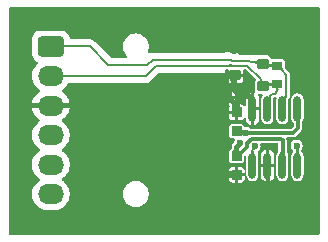
<source format=gtl>
G75*
G70*
%OFA0B0*%
%FSLAX25Y25*%
%IPPOS*%
%LPD*%
%AMOC8*
5,1,8,0,0,1.08239X$1,22.5*
%
%AMM19*
21,1,0.035430,0.030320,0.000000,-0.000000,90.000000*
21,1,0.028350,0.037400,0.000000,-0.000000,90.000000*
1,1,0.007090,0.015160,0.014170*
1,1,0.007090,0.015160,-0.014170*
1,1,0.007090,-0.015160,-0.014170*
1,1,0.007090,-0.015160,0.014170*
%
%AMM20*
21,1,0.033470,0.026770,0.000000,-0.000000,270.000000*
21,1,0.026770,0.033470,0.000000,-0.000000,270.000000*
1,1,0.006690,-0.013390,-0.013390*
1,1,0.006690,-0.013390,0.013390*
1,1,0.006690,0.013390,0.013390*
1,1,0.006690,0.013390,-0.013390*
%
%AMM21*
21,1,0.027560,0.030710,0.000000,-0.000000,90.000000*
21,1,0.022050,0.036220,0.000000,-0.000000,90.000000*
1,1,0.005510,0.015350,0.011020*
1,1,0.005510,0.015350,-0.011020*
1,1,0.005510,-0.015350,-0.011020*
1,1,0.005510,-0.015350,0.011020*
%
%ADD10O,0.22323X0.00787*%
%ADD11O,0.00787X0.43701*%
%ADD12O,0.01575X0.38583*%
%ADD13O,0.00984X0.01969*%
%ADD14O,0.26772X0.00787*%
%ADD15O,0.01969X0.00984*%
%ADD16C,0.02362*%
%ADD17O,0.08661X0.06693*%
%ADD18C,0.00787*%
%ADD28O,0.01968X0.00984*%
%ADD29O,0.00984X0.01968*%
%ADD34C,0.01575*%
%ADD35C,0.01181*%
%ADD47O,0.02362X0.08661*%
%ADD60M19*%
%ADD61M20*%
%ADD62M21*%
X0000000Y0000000D02*
%LPD*%
G01*
D10*
X0089764Y0062205D03*
D11*
X0100541Y0040650D03*
D12*
X0074557Y0037894D03*
D13*
X0074557Y0019685D03*
D14*
X0087402Y0018996D03*
D15*
X0074754Y0060433D03*
X0074754Y0058465D03*
D16*
X0078888Y0032677D03*
X0080955Y0036122D03*
X0083907Y0031496D03*
X0097884Y0031791D03*
G36*
G01*
X0011595Y0062467D02*
X0011595Y0067192D01*
G75*
G02*
X0012579Y0068176I0000984J0000000D01*
G01*
X0019272Y0068176D01*
G75*
G02*
X0020256Y0067192I0000000J-000984D01*
G01*
X0020256Y0062467D01*
G75*
G02*
X0019272Y0061483I-000984J0000000D01*
G01*
X0012579Y0061483D01*
G75*
G02*
X0011595Y0062467I0000000J0000984D01*
G01*
G37*
D17*
X0015925Y0054987D03*
X0015925Y0045144D03*
X0015925Y0035302D03*
X0015925Y0025459D03*
X0015925Y0015617D03*
D18*
X0015925Y0045144D02*
X0067306Y0045144D01*
X0067306Y0045144D02*
X0074557Y0037894D01*
X0048031Y0058661D02*
X0049803Y0060433D01*
X0035039Y0058661D02*
X0048031Y0058661D01*
X0049803Y0060433D02*
X0074754Y0060433D01*
X0028871Y0064829D02*
X0035039Y0058661D01*
X0015925Y0064829D02*
X0028871Y0064829D01*
X0047507Y0054987D02*
X0050984Y0058465D01*
X0050984Y0058465D02*
X0074754Y0058465D01*
X0015925Y0054987D02*
X0047507Y0054987D01*
G36*
X0105286Y0077873D02*
G01*
X0105466Y0077665D01*
X0105510Y0077463D01*
X0105510Y0002459D01*
X0105432Y0002195D01*
X0105224Y0002015D01*
X0105022Y0001970D01*
X0002459Y0001970D01*
X0002195Y0002048D01*
X0002015Y0002256D01*
X0001970Y0002459D01*
X0001970Y0067389D01*
X0009624Y0067389D01*
X0009624Y0062270D01*
X0009624Y0062270D01*
X0009665Y0061866D01*
X0009665Y0061866D01*
X0009883Y0061210D01*
X0009883Y0061210D01*
X0010245Y0060622D01*
X0010734Y0060134D01*
X0011343Y0059758D01*
X0011527Y0059553D01*
X0011571Y0059282D01*
X0011462Y0059030D01*
X0011432Y0058997D01*
X0010885Y0058451D01*
X0010394Y0057774D01*
X0010014Y0057028D01*
X0009755Y0056232D01*
X0009673Y0055717D01*
X0009624Y0055405D01*
X0009624Y0054568D01*
X0009755Y0053742D01*
X0009809Y0053575D01*
X0010014Y0052946D01*
X0010394Y0052200D01*
X0010885Y0051523D01*
X0011477Y0050931D01*
X0011477Y0050931D01*
X0012127Y0050459D01*
X0012295Y0050242D01*
X0012318Y0049967D01*
X0012190Y0049724D01*
X0012127Y0049669D01*
X0011479Y0049198D01*
X0011479Y0049198D01*
X0010887Y0048607D01*
X0010887Y0048607D01*
X0010395Y0047930D01*
X0010015Y0047185D01*
X0009757Y0046389D01*
X0009757Y0046389D01*
X0009716Y0046129D01*
X0013766Y0046129D01*
X0013724Y0046056D01*
X0013563Y0045455D01*
X0013563Y0044833D01*
X0013724Y0044233D01*
X0013766Y0044160D01*
X0009716Y0044160D01*
X0009757Y0043900D01*
X0009757Y0043900D01*
X0010015Y0043104D01*
X0010395Y0042359D01*
X0010887Y0041682D01*
X0010887Y0041682D01*
X0011479Y0041090D01*
X0011479Y0041090D01*
X0012127Y0040619D01*
X0012295Y0040401D01*
X0012318Y0040127D01*
X0012190Y0039884D01*
X0012127Y0039829D01*
X0011477Y0039357D01*
X0011477Y0039357D01*
X0010885Y0038766D01*
X0010394Y0038089D01*
X0010014Y0037343D01*
X0009755Y0036547D01*
X0009624Y0035720D01*
X0009624Y0034883D01*
X0009755Y0034057D01*
X0009849Y0033769D01*
X0010014Y0033261D01*
X0010394Y0032515D01*
X0010885Y0031838D01*
X0011477Y0031246D01*
X0011477Y0031246D01*
X0012125Y0030776D01*
X0012293Y0030558D01*
X0012317Y0030284D01*
X0012188Y0030040D01*
X0012125Y0029986D01*
X0011477Y0029515D01*
X0011477Y0029515D01*
X0010885Y0028923D01*
X0010394Y0028246D01*
X0010014Y0027500D01*
X0009755Y0026704D01*
X0009624Y0025878D01*
X0009624Y0025041D01*
X0009755Y0024214D01*
X0010014Y0023418D01*
X0010394Y0022673D01*
X0010885Y0021996D01*
X0011477Y0021404D01*
X0011477Y0021404D01*
X0012125Y0020933D01*
X0012293Y0020715D01*
X0012317Y0020441D01*
X0012188Y0020198D01*
X0012125Y0020143D01*
X0011477Y0019672D01*
X0011477Y0019672D01*
X0010885Y0019081D01*
X0010394Y0018404D01*
X0010014Y0017658D01*
X0009755Y0016862D01*
X0009718Y0016631D01*
X0009624Y0016035D01*
X0009624Y0015198D01*
X0009755Y0014372D01*
X0009891Y0013954D01*
X0010014Y0013576D01*
X0010394Y0012830D01*
X0010885Y0012153D01*
X0011477Y0011561D01*
X0012154Y0011069D01*
X0012154Y0011069D01*
X0012154Y0011069D01*
X0012900Y0010689D01*
X0013696Y0010431D01*
X0014523Y0010300D01*
X0014523Y0010300D01*
X0017328Y0010300D01*
X0017328Y0010300D01*
X0018155Y0010431D01*
X0018950Y0010689D01*
X0019696Y0011069D01*
X0019992Y0011284D01*
X0020373Y0011561D01*
X0020373Y0011561D01*
X0020373Y0011561D01*
X0020965Y0012153D01*
X0020965Y0012153D01*
X0020965Y0012153D01*
X0021457Y0012830D01*
X0021457Y0012830D01*
X0021457Y0012830D01*
X0021837Y0013576D01*
X0022095Y0014372D01*
X0022226Y0015198D01*
X0022226Y0015958D01*
X0039860Y0015958D01*
X0039860Y0015276D01*
X0039967Y0014602D01*
X0040178Y0013954D01*
X0040487Y0013346D01*
X0040888Y0012794D01*
X0041370Y0012312D01*
X0041922Y0011911D01*
X0042530Y0011602D01*
X0043178Y0011391D01*
X0043852Y0011284D01*
X0043852Y0011284D01*
X0044534Y0011284D01*
X0044534Y0011284D01*
X0045208Y0011391D01*
X0045856Y0011602D01*
X0046464Y0011911D01*
X0047015Y0012312D01*
X0047498Y0012794D01*
X0047899Y0013346D01*
X0048208Y0013954D01*
X0048419Y0014602D01*
X0048526Y0015276D01*
X0048526Y0015958D01*
X0048419Y0016631D01*
X0048208Y0017280D01*
X0047899Y0017888D01*
X0047498Y0018439D01*
X0047015Y0018922D01*
X0046464Y0019322D01*
X0045856Y0019632D01*
X0045208Y0019843D01*
X0045208Y0019843D01*
X0045208Y0019843D01*
X0044690Y0019925D01*
X0044534Y0019949D01*
X0043852Y0019949D01*
X0043696Y0019925D01*
X0043178Y0019843D01*
X0042530Y0019632D01*
X0041922Y0019322D01*
X0041607Y0019094D01*
X0041370Y0018922D01*
X0041370Y0018922D01*
X0041370Y0018922D01*
X0040888Y0018439D01*
X0040888Y0018439D01*
X0040888Y0018439D01*
X0040862Y0018403D01*
X0040487Y0017888D01*
X0040178Y0017280D01*
X0039967Y0016631D01*
X0039873Y0016035D01*
X0039860Y0015958D01*
X0022226Y0015958D01*
X0022226Y0016035D01*
X0022095Y0016862D01*
X0021837Y0017658D01*
X0021457Y0018403D01*
X0021457Y0018404D01*
X0021457Y0018404D01*
X0020965Y0019081D01*
X0020373Y0019672D01*
X0020139Y0019843D01*
X0019725Y0020143D01*
X0019557Y0020361D01*
X0019534Y0020635D01*
X0019662Y0020878D01*
X0019725Y0020933D01*
X0020373Y0021404D01*
X0020965Y0021996D01*
X0020965Y0021996D01*
X0020965Y0021996D01*
X0021457Y0022673D01*
X0021457Y0022673D01*
X0021457Y0022673D01*
X0021837Y0023418D01*
X0022095Y0024214D01*
X0022226Y0025041D01*
X0022226Y0025878D01*
X0022095Y0026704D01*
X0021837Y0027500D01*
X0021457Y0028246D01*
X0021457Y0028246D01*
X0021457Y0028246D01*
X0020965Y0028923D01*
X0020373Y0029515D01*
X0020068Y0029736D01*
X0019725Y0029986D01*
X0019557Y0030203D01*
X0019534Y0030478D01*
X0019662Y0030721D01*
X0019725Y0030776D01*
X0020373Y0031246D01*
X0020965Y0031838D01*
X0020965Y0031838D01*
X0020965Y0031838D01*
X0021457Y0032515D01*
X0021457Y0032515D01*
X0021457Y0032515D01*
X0021837Y0033261D01*
X0022095Y0034057D01*
X0022226Y0034883D01*
X0022226Y0035720D01*
X0022095Y0036547D01*
X0021837Y0037343D01*
X0021457Y0038089D01*
X0021457Y0038089D01*
X0021457Y0038089D01*
X0020965Y0038766D01*
X0020373Y0039357D01*
X0020373Y0039357D01*
X0019724Y0039829D01*
X0019556Y0040047D01*
X0019532Y0040321D01*
X0019660Y0040565D01*
X0019724Y0040619D01*
X0020372Y0041090D01*
X0020964Y0041682D01*
X0020964Y0041682D01*
X0021455Y0042359D01*
X0021835Y0043104D01*
X0022094Y0043900D01*
X0022094Y0043900D01*
X0022135Y0044160D01*
X0018085Y0044160D01*
X0018126Y0044233D01*
X0018287Y0044833D01*
X0018287Y0045455D01*
X0018126Y0046056D01*
X0018085Y0046129D01*
X0022135Y0046129D01*
X0022094Y0046389D01*
X0022094Y0046389D01*
X0021835Y0047185D01*
X0021455Y0047930D01*
X0020964Y0048607D01*
X0020964Y0048607D01*
X0020372Y0049198D01*
X0020372Y0049198D01*
X0019724Y0049669D01*
X0019556Y0049887D01*
X0019532Y0050161D01*
X0019660Y0050405D01*
X0019724Y0050459D01*
X0020373Y0050931D01*
X0020965Y0051523D01*
X0020965Y0051523D01*
X0020965Y0051523D01*
X0021196Y0051840D01*
X0021457Y0052200D01*
X0021458Y0052203D01*
X0021536Y0052356D01*
X0021725Y0052556D01*
X0021971Y0052623D01*
X0047165Y0052623D01*
X0047165Y0052623D01*
X0047195Y0052623D01*
X0047818Y0052623D01*
X0047818Y0052623D01*
X0048419Y0052784D01*
X0048616Y0052898D01*
X0048958Y0053095D01*
X0049398Y0053535D01*
X0049398Y0053535D01*
X0049439Y0053575D01*
X0049439Y0053575D01*
X0051821Y0055957D01*
X0052062Y0056089D01*
X0052166Y0056100D01*
X0073476Y0056100D01*
X0073572Y0056091D01*
X0074019Y0056002D01*
X0074019Y0056002D01*
X0074019Y0056002D01*
X0074748Y0056002D01*
X0075012Y0055924D01*
X0075193Y0055717D01*
X0075237Y0055514D01*
X0075237Y0019242D01*
X0100286Y0019242D01*
X0100286Y0029550D01*
X0100361Y0029810D01*
X0100363Y0029814D01*
X0100363Y0029814D01*
X0100741Y0030415D01*
X0100976Y0031086D01*
X0100994Y0031246D01*
X0101055Y0031791D01*
X0101055Y0031791D01*
X0100976Y0032497D01*
X0100976Y0032497D01*
X0100741Y0033167D01*
X0100741Y0033167D01*
X0100361Y0033773D01*
X0100286Y0034033D01*
X0100286Y0061860D01*
X0079126Y0061860D01*
X0078862Y0061938D01*
X0078780Y0062003D01*
X0077888Y0062896D01*
X0077412Y0062420D01*
X0077171Y0062288D01*
X0076896Y0062308D01*
X0076796Y0062359D01*
X0076413Y0062615D01*
X0076413Y0062615D01*
X0076047Y0062767D01*
X0075964Y0062801D01*
X0075964Y0062801D01*
X0075964Y0062801D01*
X0075489Y0062896D01*
X0075489Y0062896D01*
X0074019Y0062896D01*
X0074019Y0062896D01*
X0073572Y0062807D01*
X0073476Y0062797D01*
X0049492Y0062797D01*
X0048891Y0062636D01*
X0048881Y0062632D01*
X0048873Y0062631D01*
X0048860Y0062628D01*
X0048859Y0062630D01*
X0048608Y0062603D01*
X0048362Y0062726D01*
X0048222Y0062963D01*
X0048230Y0063234D01*
X0048419Y0063815D01*
X0048526Y0064488D01*
X0048526Y0065170D01*
X0048419Y0065844D01*
X0048208Y0066493D01*
X0047899Y0067100D01*
X0047498Y0067652D01*
X0047015Y0068134D01*
X0046464Y0068535D01*
X0045856Y0068845D01*
X0045208Y0069055D01*
X0045208Y0069055D01*
X0045208Y0069055D01*
X0044690Y0069137D01*
X0044534Y0069162D01*
X0043852Y0069162D01*
X0043696Y0069137D01*
X0043178Y0069055D01*
X0042530Y0068845D01*
X0041922Y0068535D01*
X0041803Y0068449D01*
X0041370Y0068134D01*
X0041370Y0068134D01*
X0041370Y0068134D01*
X0040888Y0067652D01*
X0040888Y0067652D01*
X0040888Y0067652D01*
X0040762Y0067479D01*
X0040487Y0067100D01*
X0040178Y0066493D01*
X0039967Y0065844D01*
X0039860Y0065170D01*
X0039860Y0064488D01*
X0039967Y0063815D01*
X0040178Y0063166D01*
X0040487Y0062559D01*
X0040888Y0062007D01*
X0040888Y0062007D01*
X0041036Y0061859D01*
X0041168Y0061618D01*
X0041148Y0061343D01*
X0040983Y0061123D01*
X0040726Y0061027D01*
X0040691Y0061026D01*
X0036221Y0061026D01*
X0035957Y0061103D01*
X0035876Y0061169D01*
X0030791Y0066253D01*
X0030791Y0066253D01*
X0030323Y0066721D01*
X0030323Y0066721D01*
X0029981Y0066919D01*
X0029981Y0066919D01*
X0029981Y0066919D01*
X0029784Y0067032D01*
X0029183Y0067194D01*
X0028560Y0067194D01*
X0028530Y0067194D01*
X0028530Y0067194D01*
X0022687Y0067194D01*
X0022423Y0067271D01*
X0022243Y0067479D01*
X0022202Y0067632D01*
X0022199Y0067652D01*
X0022185Y0067793D01*
X0021968Y0068449D01*
X0021605Y0069037D01*
X0021117Y0069525D01*
X0020529Y0069888D01*
X0019873Y0070105D01*
X0019873Y0070105D01*
X0019469Y0070146D01*
X0012382Y0070146D01*
X0012382Y0070146D01*
X0011977Y0070105D01*
X0011977Y0070105D01*
X0011322Y0069888D01*
X0011322Y0069888D01*
X0010734Y0069525D01*
X0010245Y0069037D01*
X0009883Y0068449D01*
X0009883Y0068449D01*
X0009665Y0067793D01*
X0009665Y0067793D01*
X0009665Y0067793D01*
X0009624Y0067389D01*
X0001970Y0067389D01*
X0001970Y0077463D01*
X0002048Y0077727D01*
X0002256Y0077907D01*
X0002459Y0077951D01*
X0105022Y0077951D01*
X0105286Y0077873D01*
G37*
X0073474Y0062992D02*
G01*
G75*
G36*
X0100139Y0018495D02*
X0074557Y0018604D01*
X0074357Y0045315D01*
X0074810Y0045673D01*
X0075305Y0045568D01*
X0075335Y0045508D01*
X0075335Y0046470D01*
X0075119Y0046675D01*
X0075335Y0046865D01*
X0075335Y0047835D01*
X0074844Y0047835D01*
X0074844Y0048593D01*
X0074445Y0048600D01*
X0074476Y0048652D01*
X0074503Y0048731D01*
X0074528Y0048837D01*
X0074549Y0048969D01*
X0074582Y0049316D01*
X0074606Y0050038D01*
X0074606Y0050116D01*
X0074320Y0050329D01*
X0074302Y0052679D01*
X0074547Y0052813D01*
X0074801Y0052882D01*
X0075190Y0052622D01*
X0075718Y0052517D01*
X0076134Y0052517D01*
X0076095Y0052889D01*
X0076052Y0053082D01*
X0075996Y0053245D01*
X0075928Y0053380D01*
X0075847Y0053485D01*
X0075754Y0053561D01*
X0075649Y0053608D01*
X0075531Y0053625D01*
X0076734Y0053598D01*
X0076734Y0055315D01*
X0077234Y0055315D01*
X0077234Y0055815D01*
X0080130Y0055815D01*
X0080130Y0056732D01*
X0080116Y0056807D01*
X0080436Y0057205D01*
X0080890Y0057219D01*
X0084160Y0053949D01*
X0084147Y0053815D01*
X0083895Y0053437D01*
X0083806Y0052992D01*
X0083806Y0050157D01*
X0083895Y0049712D01*
X0083600Y0049332D01*
X0083600Y0044516D01*
X0085324Y0044516D01*
X0085324Y0047165D01*
X0085155Y0048016D01*
X0084823Y0048513D01*
X0084879Y0048695D01*
X0085103Y0048993D01*
X0086461Y0048993D01*
X0086620Y0048493D01*
X0086246Y0047933D01*
X0086093Y0047165D01*
X0086093Y0040866D01*
X0086246Y0040098D01*
X0086681Y0039447D01*
X0087332Y0039012D01*
X0088100Y0038859D01*
X0088868Y0039012D01*
X0089519Y0039447D01*
X0089954Y0040098D01*
X0090107Y0040866D01*
X0090107Y0047165D01*
X0090092Y0047243D01*
X0090092Y0047627D01*
X0090501Y0047909D01*
X0090740Y0047957D01*
X0091157Y0047607D01*
X0091174Y0047572D01*
X0091093Y0047165D01*
X0091093Y0040866D01*
X0091246Y0040098D01*
X0091681Y0039447D01*
X0092332Y0039012D01*
X0093100Y0038859D01*
X0093868Y0039012D01*
X0094519Y0039447D01*
X0094954Y0040098D01*
X0095107Y0040866D01*
X0095107Y0047165D01*
X0095092Y0047243D01*
X0095092Y0047358D01*
X0095094Y0047360D01*
X0095231Y0047498D01*
X0095492Y0047888D01*
X0095584Y0048349D01*
X0095584Y0048349D01*
X0095584Y0055472D01*
X0095492Y0055933D01*
X0095231Y0056324D01*
X0095231Y0056324D01*
X0094007Y0057548D01*
X0094007Y0059567D01*
X0093924Y0059982D01*
X0093689Y0060333D01*
X0093338Y0060568D01*
X0092923Y0060651D01*
X0089852Y0060651D01*
X0089648Y0060610D01*
X0089135Y0060862D01*
X0089077Y0060918D01*
X0088825Y0061296D01*
X0088447Y0061548D01*
X0088154Y0061606D01*
X0088203Y0062106D01*
X0100590Y0062106D01*
X0100590Y0047299D01*
X0100090Y0047250D01*
X0099954Y0047933D01*
X0099519Y0048584D01*
X0098868Y0049020D01*
X0098100Y0049172D01*
X0097332Y0049020D01*
X0096681Y0048584D01*
X0096246Y0047933D01*
X0096093Y0047165D01*
X0096093Y0040866D01*
X0096246Y0040098D01*
X0096681Y0039447D01*
X0096885Y0039310D01*
X0096887Y0039299D01*
X0096921Y0038914D01*
X0096921Y0038327D01*
X0096022Y0037428D01*
X0082530Y0037428D01*
X0082502Y0037432D01*
X0082454Y0037441D01*
X0082438Y0037445D01*
X0082374Y0037541D01*
X0081722Y0037976D01*
X0080954Y0038129D01*
X0080633Y0038065D01*
X0080217Y0038343D01*
X0080200Y0038430D01*
X0079952Y0038801D01*
X0079581Y0039049D01*
X0079143Y0039136D01*
X0076466Y0039136D01*
X0076028Y0039049D01*
X0075657Y0038801D01*
X0075409Y0038430D01*
X0075322Y0037992D01*
X0075322Y0035315D01*
X0075409Y0034877D01*
X0075657Y0034506D01*
X0076028Y0034258D01*
X0076466Y0034171D01*
X0076917Y0034171D01*
X0077184Y0033671D01*
X0077033Y0033445D01*
X0076921Y0032883D01*
X0076620Y0032582D01*
X0076272Y0032061D01*
X0076150Y0031447D01*
X0076150Y0031447D01*
X0076150Y0031075D01*
X0076143Y0030983D01*
X0076118Y0030814D01*
X0076094Y0030716D01*
X0076028Y0030703D01*
X0075657Y0030455D01*
X0075409Y0030083D01*
X0075322Y0029646D01*
X0075322Y0026968D01*
X0075409Y0026531D01*
X0075657Y0026160D01*
X0076028Y0025912D01*
X0076466Y0025824D01*
X0079143Y0025824D01*
X0079581Y0025912D01*
X0079952Y0026160D01*
X0080200Y0026531D01*
X0080287Y0026968D01*
X0080287Y0028170D01*
X0080316Y0028221D01*
X0080416Y0028373D01*
X0080662Y0028665D01*
X0081128Y0028442D01*
X0081093Y0028268D01*
X0081093Y0021968D01*
X0081246Y0021200D01*
X0081681Y0020549D01*
X0082332Y0020114D01*
X0083100Y0019961D01*
X0083868Y0020114D01*
X0084519Y0020549D01*
X0084954Y0021200D01*
X0085107Y0021968D01*
X0085107Y0028268D01*
X0084954Y0029036D01*
X0084842Y0029204D01*
X0085004Y0029861D01*
X0085326Y0030077D01*
X0085761Y0030728D01*
X0085914Y0031496D01*
X0085784Y0032150D01*
X0086059Y0032650D01*
X0091754Y0032650D01*
X0091754Y0030243D01*
X0091750Y0030194D01*
X0091732Y0030058D01*
X0091707Y0029933D01*
X0091677Y0029816D01*
X0091640Y0029708D01*
X0091599Y0029608D01*
X0091552Y0029515D01*
X0091499Y0029428D01*
X0091424Y0029322D01*
X0091398Y0029263D01*
X0091246Y0029036D01*
X0091093Y0028268D01*
X0091093Y0021968D01*
X0091246Y0021200D01*
X0091681Y0020549D01*
X0092332Y0020114D01*
X0093100Y0019961D01*
X0093868Y0020114D01*
X0094519Y0020549D01*
X0094954Y0021200D01*
X0095107Y0021968D01*
X0095107Y0028268D01*
X0094954Y0029036D01*
X0094807Y0029257D01*
X0094783Y0029312D01*
X0094735Y0029382D01*
X0094708Y0029431D01*
X0094679Y0029496D01*
X0094651Y0029578D01*
X0094624Y0029677D01*
X0094600Y0029794D01*
X0094581Y0029918D01*
X0094564Y0030143D01*
X0094564Y0033536D01*
X0094457Y0034074D01*
X0094427Y0034118D01*
X0094694Y0034618D01*
X0096604Y0034618D01*
X0097142Y0034725D01*
X0097597Y0035030D01*
X0099319Y0036752D01*
X0099624Y0037208D01*
X0099731Y0037745D01*
X0099731Y0039277D01*
X0099736Y0039403D01*
X0099764Y0039677D01*
X0099778Y0039763D01*
X0099793Y0039826D01*
X0099799Y0039846D01*
X0099803Y0039852D01*
X0099818Y0039892D01*
X0099819Y0039895D01*
X0099819Y0039896D01*
X0099954Y0040098D01*
X0100090Y0040781D01*
X0100590Y0040732D01*
X0100590Y0028402D01*
X0100090Y0028353D01*
X0099954Y0029036D01*
X0099519Y0029687D01*
X0099317Y0029822D01*
X0099304Y0029958D01*
X0099304Y0030177D01*
X0099313Y0030228D01*
X0099326Y0030282D01*
X0099343Y0030338D01*
X0099365Y0030396D01*
X0099387Y0030446D01*
X0099469Y0030594D01*
X0099520Y0030670D01*
X0099549Y0030740D01*
X0099738Y0031023D01*
X0099891Y0031791D01*
X0099738Y0032559D01*
X0099303Y0033210D01*
X0098651Y0033646D01*
X0097883Y0033798D01*
X0097115Y0033646D01*
X0096464Y0033210D01*
X0096029Y0032559D01*
X0095876Y0031791D01*
X0096029Y0031023D01*
X0096464Y0030372D01*
X0096650Y0030248D01*
X0096697Y0029992D01*
X0096681Y0029687D01*
X0096246Y0029036D01*
X0096093Y0028268D01*
X0096093Y0021968D01*
X0096246Y0021200D01*
X0096681Y0020549D01*
X0097332Y0020114D01*
X0098100Y0019961D01*
X0098868Y0020114D01*
X0099519Y0020549D01*
X0099954Y0021200D01*
X0100090Y0021883D01*
X0100590Y0021834D01*
X0100590Y0018947D01*
X0100139Y0018495D01*
D02*
G37*
G36*
X0097320Y0029127D02*
X0097393Y0029138D01*
X0097459Y0029169D01*
X0097517Y0029220D01*
X0097567Y0029292D01*
X0097610Y0029385D01*
X0097644Y0029498D01*
X0097671Y0029632D01*
X0097691Y0029787D01*
X0097702Y0029962D01*
X0097703Y0029991D01*
X0097701Y0030027D01*
X0097687Y0030134D01*
X0097663Y0030236D01*
X0097629Y0030333D01*
X0097586Y0030425D01*
X0097533Y0030512D01*
X0097471Y0030594D01*
X0097398Y0030671D01*
X0097317Y0030743D01*
X0097225Y0030810D01*
X0098851Y0031114D01*
X0098783Y0031011D01*
X0098669Y0030806D01*
X0098622Y0030702D01*
X0098583Y0030598D01*
X0098551Y0030494D01*
X0098526Y0030389D01*
X0098508Y0030283D01*
X0098497Y0030178D01*
X0098495Y0030103D01*
X0098497Y0029962D01*
X0098528Y0029632D01*
X0098556Y0029498D01*
X0098590Y0029385D01*
X0098633Y0029292D01*
X0098683Y0029220D01*
X0098741Y0029169D01*
X0098807Y0029138D01*
X0098880Y0029127D01*
X0097320Y0029127D01*
D02*
G37*
G36*
X0099082Y0040214D02*
X0099048Y0040133D01*
X0099017Y0040035D01*
X0098990Y0039918D01*
X0098968Y0039783D01*
X0098935Y0039460D01*
X0098919Y0039063D01*
X0098916Y0038838D01*
X0097735Y0038571D01*
X0097730Y0038884D01*
X0097683Y0039410D01*
X0097642Y0039623D01*
X0097590Y0039803D01*
X0097526Y0039948D01*
X0097451Y0040061D01*
X0097363Y0040140D01*
X0097265Y0040186D01*
X0097154Y0040198D01*
X0099121Y0040276D01*
X0099082Y0040214D01*
D02*
G37*
G36*
X0094557Y0047968D02*
X0094333Y0047708D01*
X0094284Y0047637D01*
X0094249Y0047575D01*
X0094226Y0047520D01*
X0094216Y0047474D01*
X0094219Y0047437D01*
X0094235Y0047407D01*
X0093486Y0048258D01*
X0093513Y0048238D01*
X0093547Y0048231D01*
X0093590Y0048236D01*
X0093640Y0048254D01*
X0093697Y0048285D01*
X0093763Y0048328D01*
X0093836Y0048384D01*
X0094005Y0048534D01*
X0094101Y0048628D01*
X0094658Y0048071D01*
X0094557Y0047968D01*
D02*
G37*
G36*
X0092079Y0028857D02*
X0092172Y0028988D01*
X0092255Y0029127D01*
X0092329Y0029272D01*
X0092392Y0029425D01*
X0092446Y0029586D01*
X0092490Y0029753D01*
X0092524Y0029927D01*
X0092549Y0030109D01*
X0092564Y0030298D01*
X0092568Y0030494D01*
X0093750Y0030424D01*
X0093753Y0030213D01*
X0093783Y0029828D01*
X0093809Y0029654D01*
X0093843Y0029491D01*
X0093883Y0029340D01*
X0093932Y0029202D01*
X0093987Y0029075D01*
X0094051Y0028960D01*
X0094121Y0028857D01*
X0092079Y0028857D01*
D02*
G37*
G36*
X0092100Y0050798D02*
X0092033Y0050774D01*
X0091974Y0050734D01*
X0091923Y0050678D01*
X0091880Y0050606D01*
X0091844Y0050518D01*
X0091816Y0050414D01*
X0091797Y0050295D01*
X0091785Y0050159D01*
X0091781Y0050007D01*
X0090994Y0050007D01*
X0090990Y0050159D01*
X0090978Y0050295D01*
X0090958Y0050414D01*
X0090931Y0050518D01*
X0090895Y0050606D01*
X0090852Y0050678D01*
X0090801Y0050734D01*
X0090742Y0050774D01*
X0090675Y0050798D01*
X0090600Y0050806D01*
X0092175Y0050806D01*
X0092100Y0050798D01*
D02*
G37*
G36*
X0089587Y0057752D02*
X0089563Y0057819D01*
X0089523Y0057878D01*
X0089467Y0057929D01*
X0089395Y0057972D01*
X0089307Y0058008D01*
X0089204Y0058035D01*
X0089084Y0058055D01*
X0088967Y0058065D01*
X0088850Y0058055D01*
X0088730Y0058035D01*
X0088626Y0058008D01*
X0088539Y0057972D01*
X0088466Y0057929D01*
X0088411Y0057878D01*
X0088371Y0057819D01*
X0088347Y0057752D01*
X0088339Y0057677D01*
X0088339Y0059252D01*
X0088347Y0059177D01*
X0088371Y0059110D01*
X0088411Y0059051D01*
X0088466Y0059000D01*
X0088539Y0058957D01*
X0088626Y0058921D01*
X0088730Y0058894D01*
X0088850Y0058874D01*
X0088967Y0058864D01*
X0089084Y0058874D01*
X0089204Y0058894D01*
X0089307Y0058921D01*
X0089395Y0058957D01*
X0089467Y0059000D01*
X0089523Y0059051D01*
X0089563Y0059110D01*
X0089587Y0059177D01*
X0089595Y0059252D01*
X0089595Y0057677D01*
X0089587Y0057752D01*
D02*
G37*
G36*
X0089587Y0051453D02*
X0089563Y0051520D01*
X0089523Y0051579D01*
X0089467Y0051630D01*
X0089395Y0051673D01*
X0089307Y0051709D01*
X0089204Y0051736D01*
X0089084Y0051756D01*
X0088967Y0051766D01*
X0088850Y0051756D01*
X0088730Y0051736D01*
X0088626Y0051709D01*
X0088539Y0051673D01*
X0088466Y0051630D01*
X0088411Y0051579D01*
X0088371Y0051520D01*
X0088347Y0051453D01*
X0088339Y0051378D01*
X0088339Y0052953D01*
X0088347Y0052878D01*
X0088371Y0052811D01*
X0088411Y0052752D01*
X0088466Y0052701D01*
X0088539Y0052657D01*
X0088626Y0052622D01*
X0088730Y0052594D01*
X0088850Y0052575D01*
X0088967Y0052565D01*
X0089084Y0052575D01*
X0089204Y0052594D01*
X0089307Y0052622D01*
X0089395Y0052657D01*
X0089467Y0052701D01*
X0089523Y0052752D01*
X0089563Y0052811D01*
X0089587Y0052878D01*
X0089595Y0052953D01*
X0089595Y0051378D01*
X0089587Y0051453D01*
D02*
G37*
G36*
X0085381Y0053329D02*
X0085410Y0053335D01*
X0085436Y0053351D01*
X0085458Y0053379D01*
X0085478Y0053418D01*
X0085495Y0053468D01*
X0085508Y0053530D01*
X0085519Y0053602D01*
X0085527Y0053686D01*
X0085533Y0053886D01*
X0086320Y0053886D01*
X0086321Y0053780D01*
X0086333Y0053602D01*
X0086344Y0053530D01*
X0086358Y0053468D01*
X0086374Y0053418D01*
X0086394Y0053379D01*
X0086417Y0053351D01*
X0086443Y0053335D01*
X0086471Y0053329D01*
X0085381Y0053329D01*
D02*
G37*
G36*
X0084625Y0058835D02*
X0084601Y0058901D01*
X0084561Y0058961D01*
X0084505Y0059012D01*
X0084433Y0059055D01*
X0084345Y0059090D01*
X0084241Y0059118D01*
X0084121Y0059138D01*
X0083985Y0059150D01*
X0083834Y0059153D01*
X0083834Y0059941D01*
X0083985Y0059945D01*
X0084121Y0059957D01*
X0084241Y0059976D01*
X0084345Y0060004D01*
X0084433Y0060039D01*
X0084505Y0060083D01*
X0084561Y0060134D01*
X0084601Y0060193D01*
X0084625Y0060260D01*
X0084633Y0060335D01*
X0084633Y0058760D01*
X0084625Y0058835D01*
D02*
G37*
G36*
X0082340Y0029143D02*
X0082413Y0029151D01*
X0082479Y0029181D01*
X0082537Y0029232D01*
X0082587Y0029303D01*
X0082629Y0029395D01*
X0082664Y0029507D01*
X0082691Y0029641D01*
X0082710Y0029795D01*
X0082722Y0029970D01*
X0082726Y0030165D01*
X0083513Y0030149D01*
X0083517Y0029954D01*
X0083548Y0029623D01*
X0083575Y0029489D01*
X0083610Y0029375D01*
X0083652Y0029282D01*
X0083703Y0029209D01*
X0083761Y0029156D01*
X0083826Y0029124D01*
X0083900Y0029112D01*
X0082340Y0029143D01*
D02*
G37*
G36*
X0082622Y0035433D02*
X0082495Y0035431D01*
X0082265Y0035415D01*
X0082163Y0035400D01*
X0082069Y0035382D01*
X0081984Y0035359D01*
X0081907Y0035332D01*
X0081838Y0035302D01*
X0081778Y0035267D01*
X0081726Y0035228D01*
X0081864Y0036876D01*
X0081912Y0036826D01*
X0081968Y0036781D01*
X0082033Y0036742D01*
X0082107Y0036708D01*
X0082190Y0036679D01*
X0082282Y0036656D01*
X0082382Y0036638D01*
X0082492Y0036624D01*
X0082610Y0036617D01*
X0082737Y0036614D01*
X0082622Y0035433D01*
D02*
G37*
G36*
X0080453Y0035429D02*
X0080168Y0035407D01*
X0080183Y0035228D01*
X0080131Y0035267D01*
X0080071Y0035302D01*
X0080002Y0035332D01*
X0079925Y0035359D01*
X0079900Y0035366D01*
X0079813Y0035345D01*
X0079693Y0035307D01*
X0079589Y0035261D01*
X0079502Y0035208D01*
X0079431Y0035149D01*
X0079376Y0035082D01*
X0079390Y0035431D01*
X0079286Y0035433D01*
X0079172Y0036614D01*
X0079299Y0036617D01*
X0079437Y0036629D01*
X0079460Y0037205D01*
X0079468Y0037092D01*
X0079501Y0036992D01*
X0079558Y0036903D01*
X0079640Y0036827D01*
X0079747Y0036762D01*
X0079838Y0036725D01*
X0079875Y0036742D01*
X0079941Y0036781D01*
X0079997Y0036826D01*
X0080045Y0036876D01*
X0080063Y0036663D01*
X0080216Y0036638D01*
X0080423Y0036620D01*
X0080653Y0036614D01*
X0080653Y0035433D01*
X0080453Y0035429D01*
D02*
G37*
G36*
X0080431Y0029637D02*
X0079772Y0028855D01*
X0079627Y0028635D01*
X0079519Y0028437D01*
X0079448Y0028260D01*
X0079415Y0028103D01*
X0079419Y0027967D01*
X0079460Y0027852D01*
X0079004Y0028650D01*
X0078585Y0028203D01*
X0077700Y0029087D01*
X0077718Y0029096D01*
X0077750Y0029119D01*
X0077794Y0029156D01*
X0078102Y0029443D01*
X0078389Y0029727D01*
X0078272Y0029931D01*
X0076290Y0029902D01*
X0076419Y0029919D01*
X0076534Y0029967D01*
X0076636Y0030045D01*
X0076724Y0030154D01*
X0076799Y0030293D01*
X0076860Y0030463D01*
X0076907Y0030663D01*
X0076941Y0030894D01*
X0076961Y0031155D01*
X0076968Y0031447D01*
X0078543Y0031447D01*
X0078550Y0031160D01*
X0078570Y0030903D01*
X0078604Y0030677D01*
X0078652Y0030481D01*
X0078714Y0030316D01*
X0078789Y0030181D01*
X0078877Y0030077D01*
X0078978Y0030004D01*
X0079000Y0030016D01*
X0079199Y0030158D01*
X0079419Y0030337D01*
X0079925Y0030810D01*
X0080725Y0029939D01*
X0080431Y0029637D01*
D02*
G37*
G36*
X0076158Y0058070D02*
X0075458Y0058023D01*
X0075433Y0058012D01*
X0075433Y0058917D01*
X0075458Y0058906D01*
X0075496Y0058896D01*
X0075549Y0058887D01*
X0075696Y0058873D01*
X0076021Y0058860D01*
X0076308Y0058858D01*
X0076308Y0058071D01*
X0076158Y0058070D01*
D02*
G37*
G36*
X0076393Y0054522D02*
X0075973Y0054482D01*
X0075802Y0054446D01*
X0075658Y0054400D01*
X0075541Y0054344D01*
X0075450Y0054278D01*
X0075385Y0054202D01*
X0075347Y0054115D01*
X0075335Y0054019D01*
X0075327Y0054513D01*
X0075307Y0054515D01*
X0075084Y0054523D01*
X0074557Y0054527D01*
X0074557Y0056102D01*
X0075301Y0056125D01*
X0075293Y0056608D01*
X0075308Y0056512D01*
X0075350Y0056426D01*
X0075418Y0056350D01*
X0075513Y0056285D01*
X0075635Y0056229D01*
X0075783Y0056183D01*
X0075958Y0056148D01*
X0076160Y0056122D01*
X0076388Y0056107D01*
X0076643Y0056102D01*
X0076643Y0054527D01*
X0076393Y0054522D01*
D02*
G37*
%LPC*%
G36*
X0090324Y0021968D02*
X0090324Y0024618D01*
X0088600Y0024618D01*
X0088600Y0021379D01*
X0089121Y0021379D01*
X0089047Y0021271D01*
X0088980Y0021152D01*
X0088922Y0021022D01*
X0088871Y0020881D01*
X0088828Y0020728D01*
X0088792Y0020565D01*
X0088765Y0020389D01*
X0088734Y0020006D01*
X0088731Y0019870D01*
X0088951Y0019914D01*
X0089672Y0020396D01*
X0090154Y0021117D01*
X0090324Y0021968D01*
D02*
G37*
G36*
X0090324Y0025618D02*
X0090324Y0028268D01*
X0090154Y0029119D01*
X0089672Y0029840D01*
X0088951Y0030322D01*
X0088600Y0030392D01*
X0088600Y0025618D01*
X0090324Y0025618D01*
D02*
G37*
G36*
X0087600Y0021379D02*
X0087600Y0024618D01*
X0085876Y0024618D01*
X0085876Y0021968D01*
X0086045Y0021117D01*
X0086528Y0020396D01*
X0087249Y0019914D01*
X0087546Y0019855D01*
X0087544Y0019949D01*
X0087506Y0020323D01*
X0087474Y0020498D01*
X0087431Y0020665D01*
X0087380Y0020824D01*
X0087319Y0020975D01*
X0087248Y0021118D01*
X0087168Y0021252D01*
X0087079Y0021379D01*
X0087600Y0021379D01*
D02*
G37*
G36*
X0087600Y0025618D02*
X0087600Y0030392D01*
X0087249Y0030322D01*
X0086528Y0029840D01*
X0086045Y0029119D01*
X0085876Y0028268D01*
X0085876Y0025618D01*
X0087600Y0025618D01*
D02*
G37*
G36*
X0085324Y0040866D02*
X0085324Y0043516D01*
X0083600Y0043516D01*
X0083600Y0038742D01*
X0083951Y0038811D01*
X0084672Y0039294D01*
X0085155Y0040015D01*
X0085324Y0040866D01*
D02*
G37*
G36*
X0080504Y0020748D02*
X0080504Y0021587D01*
X0078305Y0021587D01*
X0078305Y0020431D01*
X0078691Y0020431D01*
X0078616Y0020423D01*
X0078549Y0020399D01*
X0078490Y0020359D01*
X0078439Y0020303D01*
X0078395Y0020231D01*
X0078360Y0020143D01*
X0078332Y0020039D01*
X0078313Y0019919D01*
X0078311Y0019902D01*
X0078313Y0019885D01*
X0078332Y0019765D01*
X0078360Y0019661D01*
X0078395Y0019573D01*
X0078439Y0019501D01*
X0078490Y0019445D01*
X0078549Y0019405D01*
X0078599Y0019387D01*
X0079143Y0019387D01*
X0079664Y0019491D01*
X0080106Y0019786D01*
X0080401Y0020227D01*
X0080504Y0020748D01*
D02*
G37*
G36*
X0080504Y0022587D02*
X0080504Y0023425D01*
X0080401Y0023946D01*
X0080106Y0024387D01*
X0079664Y0024682D01*
X0079143Y0024786D01*
X0078305Y0024786D01*
X0078305Y0022587D01*
X0080504Y0022587D01*
D02*
G37*
G36*
X0082600Y0038742D02*
X0082600Y0044016D01*
X0082600Y0049290D01*
X0082249Y0049220D01*
X0081528Y0048738D01*
X0081045Y0048016D01*
X0080876Y0047165D01*
X0080876Y0045070D01*
X0080412Y0044766D01*
X0080376Y0044770D01*
X0080106Y0045175D01*
X0079664Y0045470D01*
X0079143Y0045573D01*
X0078917Y0045573D01*
X0078931Y0045401D01*
X0078966Y0045203D01*
X0079010Y0045026D01*
X0079063Y0044869D01*
X0079127Y0044733D01*
X0079200Y0044616D01*
X0079283Y0044521D01*
X0079376Y0044445D01*
X0078305Y0044477D01*
X0078305Y0042874D01*
X0077805Y0042874D01*
X0078305Y0042874D01*
X0078305Y0040175D01*
X0079143Y0040175D01*
X0079664Y0040278D01*
X0080106Y0040573D01*
X0080376Y0040978D01*
X0080412Y0040982D01*
X0080876Y0040866D01*
X0081045Y0040015D01*
X0081528Y0039294D01*
X0082249Y0038811D01*
X0082600Y0038742D01*
D02*
G37*
G36*
X0080130Y0053898D02*
X0080130Y0054815D01*
X0077734Y0054815D01*
X0077734Y0053575D01*
X0078353Y0053561D01*
X0078234Y0053549D01*
X0078127Y0053508D01*
X0078033Y0053438D01*
X0077952Y0053339D01*
X0077883Y0053211D01*
X0077826Y0053054D01*
X0077782Y0052868D01*
X0077751Y0052652D01*
X0077741Y0052517D01*
X0078750Y0052517D01*
X0079278Y0052622D01*
X0079726Y0052921D01*
X0080025Y0053369D01*
X0080130Y0053898D01*
D02*
G37*
G36*
X0077305Y0019437D02*
X0077305Y0020367D01*
X0077257Y0020399D01*
X0077191Y0020423D01*
X0077116Y0020431D01*
X0077305Y0020431D01*
X0077305Y0021587D01*
X0076922Y0021587D01*
X0076922Y0021358D01*
X0076621Y0021350D01*
X0076351Y0021327D01*
X0076213Y0021304D01*
X0076207Y0020577D01*
X0076191Y0020726D01*
X0076143Y0020858D01*
X0076061Y0020976D01*
X0075947Y0021077D01*
X0075799Y0021163D01*
X0075767Y0021175D01*
X0075732Y0021161D01*
X0075589Y0021075D01*
X0075478Y0020972D01*
X0075399Y0020854D01*
X0075351Y0020720D01*
X0075335Y0020571D01*
X0075335Y0021299D01*
X0075156Y0021327D01*
X0075105Y0021331D01*
X0075105Y0020748D01*
X0075209Y0020227D01*
X0075504Y0019786D01*
X0075945Y0019491D01*
X0076466Y0019387D01*
X0077207Y0019387D01*
X0077257Y0019405D01*
X0077305Y0019437D01*
D02*
G37*
G36*
X0077468Y0047335D02*
X0076821Y0047335D01*
X0077000Y0047111D01*
X0077279Y0046805D01*
X0077399Y0046984D01*
X0077468Y0047335D01*
D02*
G37*
G36*
X0077305Y0022587D02*
X0077305Y0024786D01*
X0076466Y0024786D01*
X0075945Y0024682D01*
X0075504Y0024387D01*
X0075209Y0023946D01*
X0075105Y0023425D01*
X0075105Y0022979D01*
X0075211Y0022998D01*
X0075335Y0023032D01*
X0075335Y0023720D01*
X0075351Y0023571D01*
X0075399Y0023437D01*
X0075478Y0023319D01*
X0075589Y0023216D01*
X0075675Y0023165D01*
X0075734Y0023194D01*
X0075880Y0023288D01*
X0076012Y0023397D01*
X0076130Y0023520D01*
X0076234Y0023658D01*
X0076228Y0022985D01*
X0076351Y0022964D01*
X0076621Y0022941D01*
X0076922Y0022933D01*
X0076922Y0022587D01*
X0077305Y0022587D01*
D02*
G37*
G36*
X0077468Y0048334D02*
X0077399Y0048685D01*
X0076917Y0049407D01*
X0076201Y0049885D01*
X0076271Y0048567D01*
X0075844Y0048575D01*
X0075844Y0048463D01*
X0075928Y0048334D01*
X0077468Y0048334D01*
D02*
G37*
G36*
X0077305Y0040175D02*
X0077305Y0042374D01*
X0075105Y0042374D01*
X0075105Y0041535D01*
X0075209Y0041015D01*
X0075504Y0040573D01*
X0075945Y0040278D01*
X0076466Y0040175D01*
X0077305Y0040175D01*
D02*
G37*
G36*
X0077305Y0043374D02*
X0077305Y0044435D01*
X0076162Y0044338D01*
X0076156Y0044347D01*
X0076151Y0044392D01*
X0076147Y0044473D01*
X0076135Y0045700D01*
X0075993Y0045815D01*
X0075838Y0045912D01*
X0075705Y0045967D01*
X0075592Y0045979D01*
X0075500Y0045947D01*
X0075428Y0045873D01*
X0075376Y0045755D01*
X0075345Y0045595D01*
X0075341Y0045497D01*
X0075410Y0045361D01*
X0075471Y0045126D01*
X0075209Y0044733D01*
X0075105Y0044213D01*
X0075105Y0043374D01*
X0077305Y0043374D01*
D02*
G37*
G36*
X0078870Y0029941D02*
X0078280Y0029932D01*
X0078325Y0029877D01*
X0078417Y0029829D01*
X0078531Y0029819D01*
X0078666Y0029847D01*
X0078822Y0029912D01*
X0078870Y0029941D01*
D02*
G37*
%LPD*%
D18*
X0077903Y0021988D02*
X0077903Y0018996D01*
X0098100Y0031575D02*
X0098100Y0025118D01*
X0097883Y0031791D02*
X0098100Y0031575D01*
X0074754Y0060433D02*
X0075885Y0060433D01*
X0076181Y0060138D01*
X0081939Y0060138D01*
X0074754Y0058464D02*
X0081348Y0058464D01*
X0086486Y0052657D02*
X0086486Y0051673D01*
X0086320Y0052657D02*
X0086486Y0052657D01*
X0085926Y0053051D02*
X0086320Y0052657D01*
X0085926Y0053886D02*
X0085926Y0053051D01*
X0081348Y0058464D02*
X0085926Y0053886D01*
X0081939Y0060138D02*
X0082529Y0059547D01*
X0094380Y0055472D02*
X0094380Y0048349D01*
X0093887Y0047857D01*
X0093887Y0043405D01*
X0092805Y0057047D02*
X0094380Y0055472D01*
X0083120Y0025217D02*
X0083100Y0025197D01*
X0083907Y0031496D02*
X0083907Y0031150D01*
X0083120Y0030363D01*
X0083120Y0025217D01*
X0086584Y0052657D02*
X0087076Y0052165D01*
X0088887Y0048227D02*
X0088887Y0042224D01*
X0082529Y0059547D02*
X0085994Y0059547D01*
X0087076Y0058465D01*
X0077805Y0022087D02*
X0077903Y0021988D01*
X0087076Y0058465D02*
X0091387Y0058465D01*
X0091821Y0058465D02*
X0092805Y0057480D01*
X0091387Y0058465D02*
X0091821Y0058465D01*
X0092805Y0057480D02*
X0092805Y0057047D01*
X0087076Y0052165D02*
X0091387Y0052165D01*
X0091387Y0050000D01*
X0090501Y0049113D01*
X0089774Y0049113D02*
X0090501Y0049113D01*
X0089774Y0049113D02*
X0088887Y0048227D01*
D60*
X0086486Y0051575D02*
D03*
X0077234Y0055315D02*
D03*
D60*
X0086486Y0059055D02*
D03*
D47*
X0098100Y0044016D02*
D03*
X0093100Y0044016D02*
D03*
X0088100Y0044016D02*
D03*
X0083100Y0044016D02*
D03*
X0098100Y0025118D02*
D03*
X0093100Y0025118D02*
D03*
X0088100Y0025118D02*
D03*
X0083100Y0025118D02*
D03*
D61*
X0077805Y0028307D02*
D03*
X0077805Y0022087D02*
D03*
X0077805Y0036653D02*
D03*
X0077805Y0042874D02*
D03*
D62*
X0091387Y0058465D02*
D03*
X0091387Y0052165D02*
D03*
D16*
X0075344Y0047835D02*
D03*
X0097883Y0031791D02*
D03*
X0083907Y0031496D02*
D03*
X0078887Y0032677D02*
D03*
X0080954Y0036122D02*
D03*
D29*
X0074557Y0019685D02*
D03*
D28*
X0074754Y0060433D02*
D03*
X0074754Y0058464D02*
D03*
D11*
X0100541Y0040649D02*
D03*
D14*
X0087401Y0018996D02*
D03*
D12*
X0074557Y0037894D02*
D03*
D10*
X0089763Y0062205D02*
D03*
D34*
X0083178Y0047052D02*
X0083178Y0042009D01*
X0076939Y0055610D02*
X0076939Y0052134D01*
X0076939Y0055610D02*
X0076643Y0055315D01*
X0074557Y0055315D02*
X0076643Y0055315D01*
X0081903Y0048327D02*
X0083178Y0047052D01*
X0083178Y0042009D02*
X0083464Y0041723D01*
X0077746Y0022146D02*
X0077805Y0022087D01*
X0074557Y0022146D02*
X0077746Y0022146D01*
X0077755Y0028356D02*
X0077805Y0028307D01*
X0077755Y0031447D02*
X0077755Y0028356D01*
X0078887Y0032579D02*
X0077755Y0031447D01*
X0075344Y0047835D02*
X0075344Y0047621D01*
X0076919Y0046047D01*
X0076919Y0043760D01*
X0075395Y0047885D02*
X0075344Y0047835D01*
X0075395Y0050590D02*
X0075395Y0047885D01*
X0076939Y0052134D02*
X0075395Y0050590D01*
X0076919Y0043760D02*
X0077805Y0042874D01*
X0078100Y0043169D02*
X0077805Y0042874D01*
X0078100Y0046850D02*
X0078100Y0043169D01*
X0079576Y0048327D02*
X0078100Y0046850D01*
X0079576Y0048327D02*
X0081903Y0048327D01*
D35*
X0078435Y0036023D02*
X0080954Y0036023D01*
X0096604Y0036023D01*
X0098100Y0044094D02*
X0098326Y0043868D01*
X0098326Y0037745D01*
X0096604Y0036023D01*
X0093159Y0025256D02*
X0093100Y0025197D01*
X0093159Y0033536D02*
X0093159Y0025256D01*
X0092640Y0034055D02*
X0093159Y0033536D01*
X0082847Y0034055D02*
X0092640Y0034055D01*
X0081348Y0032556D02*
X0081348Y0031398D01*
X0078887Y0029390D02*
X0077805Y0028307D01*
X0078887Y0029390D02*
X0079340Y0029390D01*
X0081348Y0031398D02*
X0079340Y0029390D01*
X0082847Y0034055D02*
X0081348Y0032556D01*
X0088297Y0024508D02*
X0088238Y0024449D01*
X0088139Y0024449D02*
X0088139Y0019291D01*
X0088238Y0024744D02*
X0088238Y0024449D01*
X0077805Y0036653D02*
X0078435Y0036023D01*
M02*

</source>
